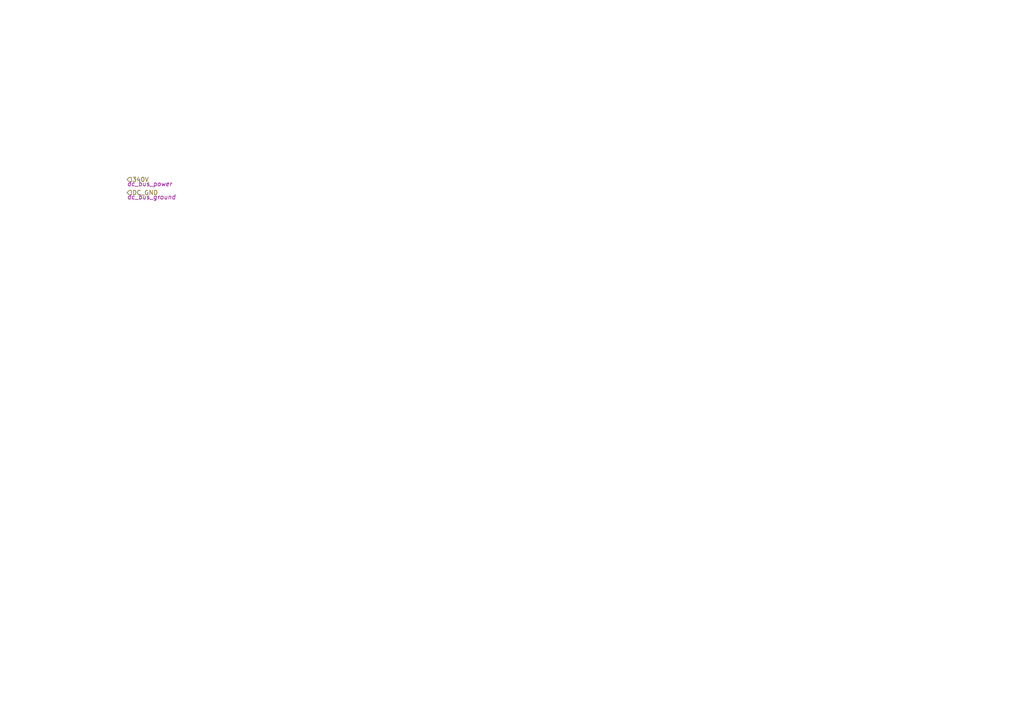
<source format=kicad_sch>
(kicad_sch
	(version 20250114)
	(generator "eeschema")
	(generator_version "9.0")
	(uuid "f11dcdd4-2930-4d19-8fc0-7be0b7c2ac09")
	(paper "A4")
	(title_block
		(title "Inverter")
	)
	(lib_symbols)
	(hierarchical_label "DC_GND"
		(shape input)
		(at 36.83 55.88 0)
		(fields_autoplaced yes)
		(effects
			(font
				(size 1.27 1.27)
			)
			(justify left)
		)
		(uuid "3851c4f4-f2a5-46f5-9e51-875fb4f01449")
		(property "Netclass" "dc_bus_ground"
			(at 36.83 57.15 0)
			(effects
				(font
					(size 1.27 1.27)
					(italic yes)
				)
				(justify left)
			)
		)
	)
	(hierarchical_label "340V"
		(shape input)
		(at 36.83 52.07 0)
		(fields_autoplaced yes)
		(effects
			(font
				(size 1.27 1.27)
			)
			(justify left)
		)
		(uuid "ac15f3fe-ba68-4830-98b1-48ceebc6b1f4")
		(property "Netclass" "dc_bus_power"
			(at 36.83 53.34 0)
			(effects
				(font
					(size 1.27 1.27)
					(italic yes)
				)
				(justify left)
			)
		)
	)
)

</source>
